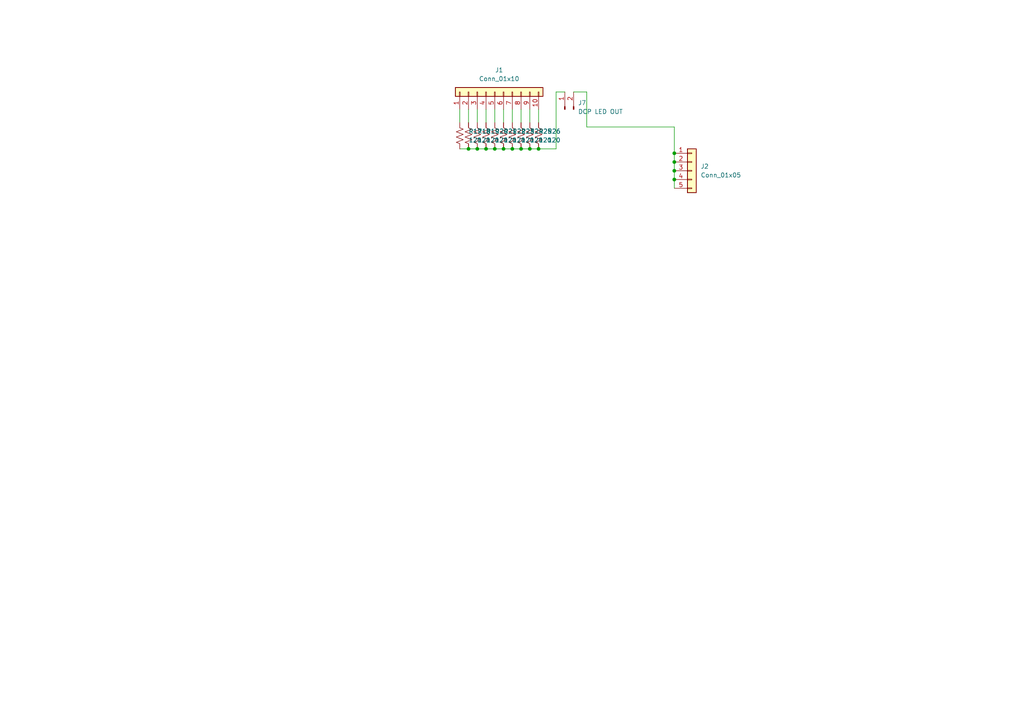
<source format=kicad_sch>
(kicad_sch (version 20231120) (generator "eeschema") (generator_version "8.0")
  (paper "A4")
  (lib_symbols
    (symbol "Connector:Conn_01x02_Pin" (pin_names (offset 1.016) hide)
      (property "Reference" "J" (at 0 2.54 0))
      (property "Value" "Conn_01x02_Pin" (at 0 -5.08 0))
      (symbol "Conn_01x02_Pin_1_1"
        (polyline (pts (xy 1.27 -2.54) (xy 0.8636 -2.54)) (stroke (width 0.1524)))
        (polyline (pts (xy 1.27 0) (xy 0.8636 0)) (stroke (width 0.1524)))
        (rectangle (start 0.8636 -2.413) (end 0 -2.667) (stroke (width 0.1524)) (fill (type outline)))
        (rectangle (start 0.8636 0.127) (end 0 -0.127) (stroke (width 0.1524)) (fill (type outline)))
        (pin passive line (at 5.08 0 180) (length 3.81) (name "Pin_1") (number "1"))
        (pin passive line (at 5.08 -2.54 180) (length 3.81) (name "Pin_2") (number "2"))
      )
    )
    (symbol "Connector_Generic:Conn_01x05" (pin_names (offset 1.016) hide)
      (property "Reference" "J" (at 0 7.62 0))
      (property "Value" "Conn_01x05" (at 0 -7.62 0))
      (symbol "Conn_01x05_1_1"
        (rectangle (start -1.27 -4.953) (end 0 -5.207) (stroke (width 0.1524)))
        (rectangle (start -1.27 -2.413) (end 0 -2.667) (stroke (width 0.1524)))
        (rectangle (start -1.27 0.127) (end 0 -0.127) (stroke (width 0.1524)))
        (rectangle (start -1.27 2.667) (end 0 2.413) (stroke (width 0.1524)))
        (rectangle (start -1.27 5.207) (end 0 4.953) (stroke (width 0.1524)))
        (rectangle (start -1.27 6.35) (end 1.27 -6.35) (stroke (width 0.254)) (fill (type background)))
        (pin passive line (at -5.08 5.08 0) (length 3.81) (name "Pin_1") (number "1"))
        (pin passive line (at -5.08 2.54 0) (length 3.81) (name "Pin_2") (number "2"))
        (pin passive line (at -5.08 0 0) (length 3.81) (name "Pin_3") (number "3"))
        (pin passive line (at -5.08 -2.54 0) (length 3.81) (name "Pin_4") (number "4"))
        (pin passive line (at -5.08 -5.08 0) (length 3.81) (name "Pin_5") (number "5"))
      )
    )
    (symbol "Connector_Generic:Conn_01x10" (pin_names (offset 1.016) hide)
      (property "Reference" "J" (at 0 12.7 0))
      (property "Value" "Conn_01x10" (at 0 -15.24 0))
      (symbol "Conn_01x10_1_1"
        (rectangle (start -1.27 -12.573) (end 0 -12.827) (stroke (width 0.1524)))
        (rectangle (start -1.27 -10.033) (end 0 -10.287) (stroke (width 0.1524)))
        (rectangle (start -1.27 -7.493) (end 0 -7.747) (stroke (width 0.1524)))
        (rectangle (start -1.27 -4.953) (end 0 -5.207) (stroke (width 0.1524)))
        (rectangle (start -1.27 -2.413) (end 0 -2.667) (stroke (width 0.1524)))
        (rectangle (start -1.27 0.127) (end 0 -0.127) (stroke (width 0.1524)))
        (rectangle (start -1.27 2.667) (end 0 2.413) (stroke (width 0.1524)))
        (rectangle (start -1.27 5.207) (end 0 4.953) (stroke (width 0.1524)))
        (rectangle (start -1.27 7.747) (end 0 7.493) (stroke (width 0.1524)))
        (rectangle (start -1.27 10.287) (end 0 10.033) (stroke (width 0.1524)))
        (rectangle (start -1.27 11.43) (end 1.27 -13.97) (stroke (width 0.254)) (fill (type background)))
        (pin passive line (at -5.08 10.16 0) (length 3.81) (name "Pin_1") (number "1"))
        (pin passive line (at -5.08 -12.7 0) (length 3.81) (name "Pin_10") (number "10"))
        (pin passive line (at -5.08 7.62 0) (length 3.81) (name "Pin_2") (number "2"))
        (pin passive line (at -5.08 5.08 0) (length 3.81) (name "Pin_3") (number "3"))
        (pin passive line (at -5.08 2.54 0) (length 3.81) (name "Pin_4") (number "4"))
        (pin passive line (at -5.08 0 0) (length 3.81) (name "Pin_5") (number "5"))
        (pin passive line (at -5.08 -2.54 0) (length 3.81) (name "Pin_6") (number "6"))
        (pin passive line (at -5.08 -5.08 0) (length 3.81) (name "Pin_7") (number "7"))
        (pin passive line (at -5.08 -7.62 0) (length 3.81) (name "Pin_8") (number "8"))
        (pin passive line (at -5.08 -10.16 0) (length 3.81) (name "Pin_9") (number "9"))
      )
    )
    (symbol "SparkFun-Resistor:0.47_0603" (pin_numbers hide) (pin_names (offset 0))
      (property "Reference" "R" (at 0 -2.54 0))
      (property "Value" "0.47" (at 0 2.54 0))
      (symbol "0.47_0603_0_1"
        (polyline (pts (xy -2.286 0) (xy -2.54 0)))
        (polyline (pts (xy 2.286 0) (xy 2.54 0)))
        (polyline (pts (xy -0.762 0) (xy -1.143 -1.016) (xy -1.524 0) (xy -1.905 1.016) (xy -2.286 0)))
        (polyline (pts (xy 0.762 0) (xy 0.381 -1.016) (xy 0 0) (xy -0.381 1.016) (xy -0.762 0)))
        (polyline (pts (xy 2.286 0) (xy 1.905 -1.016) (xy 1.524 0) (xy 1.143 1.016) (xy 0.762 0)))
      )
      (symbol "0.47_0603_1_1"
        (pin passive line (at 3.81 0 180) (length 1.27) (name "~") (number "1"))
        (pin passive line (at -3.81 0 0) (length 1.27) (name "~") (number "2"))
      )
    )
  )
  (junction (at 140.97 43.18))
  (junction (at 138.43 43.18))
  (junction (at 146.05 43.18))
  (junction (at 151.13 43.18))
  (junction (at 195.58 46.99))
  (junction (at 135.89 43.18))
  (junction (at 148.59 43.18))
  (junction (at 195.58 44.45))
  (junction (at 156.21 43.18))
  (junction (at 143.51 43.18))
  (junction (at 195.58 52.07))
  (junction (at 153.67 43.18))
  (junction (at 195.58 49.53))
  (wire (pts (xy 138.43 31.75) (xy 138.43 35.56)))
  (wire (pts (xy 166.37 26.67) (xy 170.18 26.67)))
  (wire (pts (xy 195.58 52.07) (xy 195.58 54.61)))
  (wire (pts (xy 195.58 44.45) (xy 195.58 46.99)))
  (wire (pts (xy 143.51 31.75) (xy 143.51 35.56)))
  (wire (pts (xy 148.59 35.56) (xy 148.59 31.75)))
  (wire (pts (xy 133.35 43.18) (xy 135.89 43.18)))
  (wire (pts (xy 135.89 35.56) (xy 135.89 31.75)))
  (wire (pts (xy 156.21 35.56) (xy 156.21 31.75)))
  (wire (pts (xy 151.13 43.18) (xy 153.67 43.18)))
  (wire (pts (xy 143.51 43.18) (xy 146.05 43.18)))
  (wire (pts (xy 170.18 36.83) (xy 195.58 36.83)))
  (wire (pts (xy 161.29 26.67) (xy 161.29 43.18)))
  (wire (pts (xy 146.05 43.18) (xy 148.59 43.18)))
  (wire (pts (xy 133.35 31.75) (xy 133.35 35.56)))
  (wire (pts (xy 148.59 43.18) (xy 151.13 43.18)))
  (wire (pts (xy 138.43 43.18) (xy 140.97 43.18)))
  (wire (pts (xy 195.58 36.83) (xy 195.58 44.45)))
  (wire (pts (xy 135.89 43.18) (xy 138.43 43.18)))
  (wire (pts (xy 140.97 35.56) (xy 140.97 31.75)))
  (wire (pts (xy 156.21 43.18) (xy 161.29 43.18)))
  (wire (pts (xy 170.18 26.67) (xy 170.18 36.83)))
  (wire (pts (xy 146.05 35.56) (xy 146.05 31.75)))
  (wire (pts (xy 140.97 43.18) (xy 143.51 43.18)))
  (wire (pts (xy 153.67 43.18) (xy 156.21 43.18)))
  (wire (pts (xy 195.58 49.53) (xy 195.58 52.07)))
  (wire (pts (xy 151.13 35.56) (xy 151.13 31.75)))
  (wire (pts (xy 163.83 26.67) (xy 161.29 26.67)))
  (wire (pts (xy 153.67 35.56) (xy 153.67 31.75)))
  (wire (pts (xy 195.58 46.99) (xy 195.58 49.53)))
  (label "" (at 151.13 35.56 90))
  (symbol (lib_id "SparkFun-Resistor:0.47_0603") (at 156.21 39.37 90) (unit 1)
    (property "Reference" "R26" (at 158.75 38.0999 90) (effects (justify right)))
    (property "Value" "120" (at 158.75 40.6399 90) (effects (justify right)))
    (property "Footprint" "Resistor_THT:R_Axial_DIN0207_L6.3mm_D2.5mm_P10.16mm_Horizontal" (effects (hide yes)))
    (property "Datasheet" "https://industrial.panasonic.com/cdbs/www-data/pdf/RDN0000/AOA0000C313.pdf" (effects (hide yes)))
    (property "Description" "Resistor" (effects (hide yes)))
    (property "PROD_ID" "RES-20715" (effects (hide yes)))
  )
  (symbol (lib_id "SparkFun-Resistor:0.47_0603") (at 135.89 39.37 90) (unit 1)
    (property "Reference" "R18" (at 138.43 38.0999 90) (effects (justify right)))
    (property "Value" "120" (at 138.43 40.6399 90) (effects (justify right)))
    (property "Footprint" "Resistor_THT:R_Axial_DIN0207_L6.3mm_D2.5mm_P10.16mm_Horizontal" (effects (hide yes)))
    (property "Datasheet" "https://industrial.panasonic.com/cdbs/www-data/pdf/RDN0000/AOA0000C313.pdf" (effects (hide yes)))
    (property "Description" "Resistor" (effects (hide yes)))
    (property "PROD_ID" "RES-20715" (effects (hide yes)))
  )
  (symbol (lib_id "SparkFun-Resistor:0.47_0603") (at 146.05 39.37 90) (unit 1)
    (property "Reference" "R22" (at 148.59 38.0999 90) (effects (justify right)))
    (property "Value" "120" (at 148.59 40.6399 90) (effects (justify right)))
    (property "Footprint" "Resistor_THT:R_Axial_DIN0207_L6.3mm_D2.5mm_P10.16mm_Horizontal" (effects (hide yes)))
    (property "Datasheet" "https://industrial.panasonic.com/cdbs/www-data/pdf/RDN0000/AOA0000C313.pdf" (effects (hide yes)))
    (property "Description" "Resistor" (effects (hide yes)))
    (property "PROD_ID" "RES-20715" (effects (hide yes)))
  )
  (symbol (lib_id "SparkFun-Resistor:0.47_0603") (at 133.35 39.37 90) (unit 1)
    (property "Reference" "R17" (at 135.89 38.0999 90) (effects (justify right)))
    (property "Value" "120" (at 135.89 40.6399 90) (effects (justify right)))
    (property "Footprint" "Resistor_THT:R_Axial_DIN0207_L6.3mm_D2.5mm_P10.16mm_Horizontal" (effects (hide yes)))
    (property "Datasheet" "https://industrial.panasonic.com/cdbs/www-data/pdf/RDN0000/AOA0000C313.pdf" (effects (hide yes)))
    (property "Description" "Resistor" (effects (hide yes)))
    (property "PROD_ID" "RES-20715" (effects (hide yes)))
  )
  (symbol (lib_id "SparkFun-Resistor:0.47_0603") (at 148.59 39.37 90) (unit 1)
    (property "Reference" "R23" (at 151.13 38.0999 90) (effects (justify right)))
    (property "Value" "120" (at 151.13 40.6399 90) (effects (justify right)))
    (property "Footprint" "Resistor_THT:R_Axial_DIN0207_L6.3mm_D2.5mm_P10.16mm_Horizontal" (effects (hide yes)))
    (property "Datasheet" "https://industrial.panasonic.com/cdbs/www-data/pdf/RDN0000/AOA0000C313.pdf" (effects (hide yes)))
    (property "Description" "Resistor" (effects (hide yes)))
    (property "PROD_ID" "RES-20715" (effects (hide yes)))
  )
  (symbol (lib_id "SparkFun-Resistor:0.47_0603") (at 151.13 39.37 90) (unit 1)
    (property "Reference" "R24" (at 153.67 38.0999 90) (effects (justify right)))
    (property "Value" "120" (at 153.67 40.6399 90) (effects (justify right)))
    (property "Footprint" "Resistor_THT:R_Axial_DIN0207_L6.3mm_D2.5mm_P10.16mm_Horizontal" (effects (hide yes)))
    (property "Datasheet" "https://industrial.panasonic.com/cdbs/www-data/pdf/RDN0000/AOA0000C313.pdf" (effects (hide yes)))
    (property "Description" "Resistor" (effects (hide yes)))
    (property "PROD_ID" "RES-20715" (effects (hide yes)))
  )
  (symbol (lib_id "Connector_Generic:Conn_01x05") (at 200.66 49.53 0) (unit 1)
    (property "Reference" "J2" (at 203.2 48.2599 0) (effects (justify left)))
    (property "Value" "Conn_01x05" (at 203.2 50.7999 0) (effects (justify left)))
    (property "Footprint" "Connector_PinHeader_2.54mm:PinHeader_1x05_P2.54mm_Vertical" (effects (hide yes)))
    (property "Description" "Generic connector, single row, 01x05, script generated (kicad-library-utils/schlib/autogen/connector/)" (effects (hide yes)))
  )
  (symbol (lib_id "SparkFun-Resistor:0.47_0603") (at 138.43 39.37 90) (unit 1)
    (property "Reference" "R19" (at 140.97 38.0999 90) (effects (justify right)))
    (property "Value" "120" (at 140.97 40.6399 90) (effects (justify right)))
    (property "Footprint" "Resistor_THT:R_Axial_DIN0207_L6.3mm_D2.5mm_P10.16mm_Horizontal" (effects (hide yes)))
    (property "Datasheet" "https://industrial.panasonic.com/cdbs/www-data/pdf/RDN0000/AOA0000C313.pdf" (effects (hide yes)))
    (property "Description" "Resistor" (effects (hide yes)))
    (property "PROD_ID" "RES-20715" (effects (hide yes)))
  )
  (symbol (lib_id "Connector:Conn_01x02_Pin") (at 163.83 31.75 90) (unit 1)
    (property "Reference" "J7" (at 167.64 29.8449 90) (effects (justify right)))
    (property "Value" "DCP LED OUT " (at 167.64 32.3849 90) (effects (justify right)))
    (property "Footprint" "Connector_PinHeader_2.54mm:PinHeader_1x02_P2.54mm_Vertical" (effects (hide yes)))
    (property "Description" "Generic connector, single row, 01x02, script generated" (effects (hide yes)))
  )
  (symbol (lib_id "SparkFun-Resistor:0.47_0603") (at 153.67 39.37 90) (unit 1)
    (property "Reference" "R25" (at 156.21 38.0999 90) (effects (justify right)))
    (property "Value" "120" (at 156.21 40.6399 90) (effects (justify right)))
    (property "Footprint" "Resistor_THT:R_Axial_DIN0207_L6.3mm_D2.5mm_P10.16mm_Horizontal" (effects (hide yes)))
    (property "Datasheet" "https://industrial.panasonic.com/cdbs/www-data/pdf/RDN0000/AOA0000C313.pdf" (effects (hide yes)))
    (property "Description" "Resistor" (effects (hide yes)))
    (property "PROD_ID" "RES-20715" (effects (hide yes)))
  )
  (symbol (lib_id "Connector_Generic:Conn_01x10") (at 143.51 26.67 90) (unit 1)
    (property "Reference" "J1" (at 144.78 20.32 90))
    (property "Value" "Conn_01x10" (at 144.78 22.86 90))
    (property "Footprint" "Connector_PinHeader_2.54mm:PinHeader_1x10_P2.54mm_Vertical" (effects (hide yes)))
    (property "Description" "Generic connector, single row, 01x10, script generated (kicad-library-utils/schlib/autogen/connector/)" (effects (hide yes)))
  )
  (symbol (lib_id "SparkFun-Resistor:0.47_0603") (at 143.51 39.37 90) (unit 1)
    (property "Reference" "R21" (at 146.05 38.0999 90) (effects (justify right)))
    (property "Value" "120" (at 146.05 40.6399 90) (effects (justify right)))
    (property "Footprint" "Resistor_THT:R_Axial_DIN0207_L6.3mm_D2.5mm_P10.16mm_Horizontal" (effects (hide yes)))
    (property "Datasheet" "https://industrial.panasonic.com/cdbs/www-data/pdf/RDN0000/AOA0000C313.pdf" (effects (hide yes)))
    (property "Description" "Resistor" (effects (hide yes)))
    (property "PROD_ID" "RES-20715" (effects (hide yes)))
  )
  (symbol (lib_id "SparkFun-Resistor:0.47_0603") (at 140.97 39.37 90) (unit 1)
    (property "Reference" "R20" (at 143.51 38.0999 90) (effects (justify right)))
    (property "Value" "120" (at 143.51 40.6399 90) (effects (justify right)))
    (property "Footprint" "Resistor_THT:R_Axial_DIN0207_L6.3mm_D2.5mm_P10.16mm_Horizontal" (effects (hide yes)))
    (property "Datasheet" "https://industrial.panasonic.com/cdbs/www-data/pdf/RDN0000/AOA0000C313.pdf" (effects (hide yes)))
    (property "Description" "Resistor" (effects (hide yes)))
    (property "PROD_ID" "RES-20715" (effects (hide yes)))
  )
)
</source>
